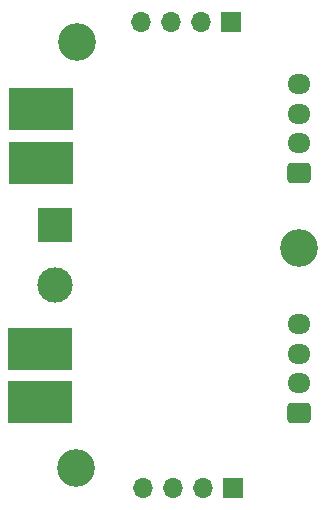
<source format=gbr>
%TF.GenerationSoftware,KiCad,Pcbnew,9.0.0*%
%TF.CreationDate,2025-04-16T15:55:05+03:00*%
%TF.ProjectId,power_detector,706f7765-725f-4646-9574-6563746f722e,rev?*%
%TF.SameCoordinates,Original*%
%TF.FileFunction,Soldermask,Bot*%
%TF.FilePolarity,Negative*%
%FSLAX46Y46*%
G04 Gerber Fmt 4.6, Leading zero omitted, Abs format (unit mm)*
G04 Created by KiCad (PCBNEW 9.0.0) date 2025-04-16 15:55:05*
%MOMM*%
%LPD*%
G01*
G04 APERTURE LIST*
G04 Aperture macros list*
%AMRoundRect*
0 Rectangle with rounded corners*
0 $1 Rounding radius*
0 $2 $3 $4 $5 $6 $7 $8 $9 X,Y pos of 4 corners*
0 Add a 4 corners polygon primitive as box body*
4,1,4,$2,$3,$4,$5,$6,$7,$8,$9,$2,$3,0*
0 Add four circle primitives for the rounded corners*
1,1,$1+$1,$2,$3*
1,1,$1+$1,$4,$5*
1,1,$1+$1,$6,$7*
1,1,$1+$1,$8,$9*
0 Add four rect primitives between the rounded corners*
20,1,$1+$1,$2,$3,$4,$5,0*
20,1,$1+$1,$4,$5,$6,$7,0*
20,1,$1+$1,$6,$7,$8,$9,0*
20,1,$1+$1,$8,$9,$2,$3,0*%
G04 Aperture macros list end*
%ADD10R,5.540000X3.610000*%
%ADD11RoundRect,0.250000X0.725000X-0.600000X0.725000X0.600000X-0.725000X0.600000X-0.725000X-0.600000X0*%
%ADD12O,1.950000X1.700000*%
%ADD13C,3.200000*%
%ADD14R,3.000000X3.000000*%
%ADD15C,3.000000*%
%ADD16R,1.700000X1.700000*%
%ADD17O,1.700000X1.700000*%
G04 APERTURE END LIST*
D10*
%TO.C,J8*%
X46964600Y-85346400D03*
X46964600Y-89866400D03*
%TD*%
%TO.C,J5*%
X46990000Y-65076000D03*
X46990000Y-69596000D03*
%TD*%
D11*
%TO.C,J9*%
X68867800Y-90770400D03*
D12*
X68867800Y-88270400D03*
X68867800Y-85770400D03*
X68867800Y-83270400D03*
%TD*%
D13*
%TO.C,H2*%
X49987200Y-95453200D03*
%TD*%
%TO.C,H3*%
X68834000Y-76860400D03*
%TD*%
D14*
%TO.C,J3*%
X48158400Y-74904600D03*
D15*
X48158400Y-79984600D03*
%TD*%
D11*
%TO.C,J10*%
X68859400Y-70455800D03*
D12*
X68859400Y-67955800D03*
X68859400Y-65455800D03*
X68859400Y-62955800D03*
%TD*%
D13*
%TO.C,H1*%
X50038000Y-59385200D03*
%TD*%
D16*
%TO.C,J6*%
X63236000Y-97129600D03*
D17*
X60696000Y-97129600D03*
X58156000Y-97129600D03*
X55616000Y-97129600D03*
%TD*%
D16*
%TO.C,J7*%
X63119000Y-57658000D03*
D17*
X60579000Y-57658000D03*
X58039000Y-57658000D03*
X55499000Y-57658000D03*
%TD*%
M02*

</source>
